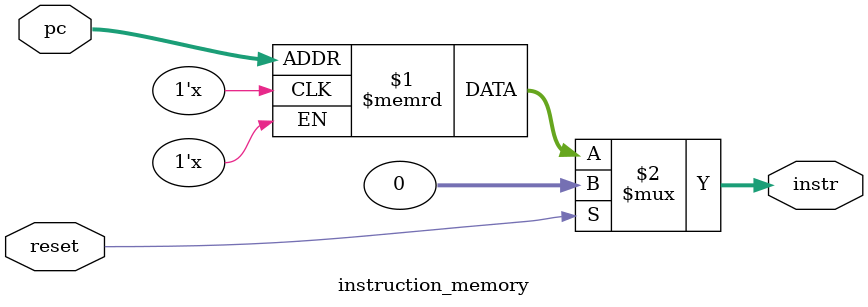
<source format=sv>
`timescale 1ns / 1ps

module instruction_memory #(parameter N=32, L=1024)(pc,reset,instr);
  input logic [N-1:0] pc;
  input logic reset;
  output logic [N-1:0] instr;
  logic [N-1:0] mem [L-1:0];
  assign instr = reset? 0: mem[pc];
endmodule


</source>
